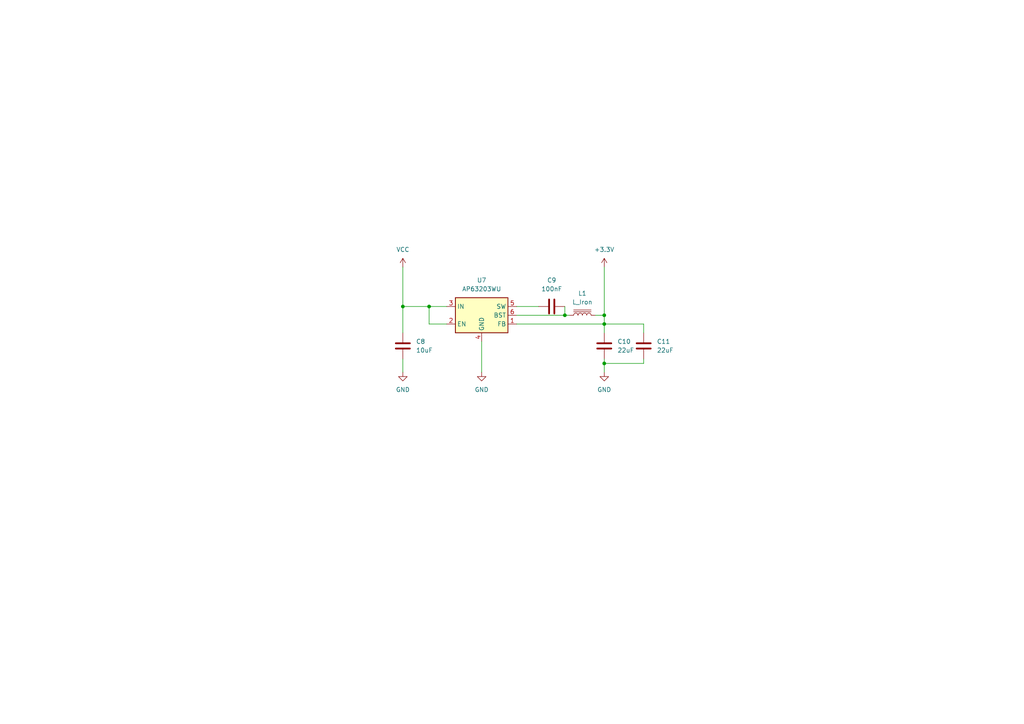
<source format=kicad_sch>
(kicad_sch
	(version 20250114)
	(generator "eeschema")
	(generator_version "9.0")
	(uuid "38576b24-61b9-4287-9069-a48c7cb5a67d")
	(paper "A4")
	(lib_symbols
		(symbol "Device:C"
			(pin_numbers
				(hide yes)
			)
			(pin_names
				(offset 0.254)
			)
			(exclude_from_sim no)
			(in_bom yes)
			(on_board yes)
			(property "Reference" "C"
				(at 0.635 2.54 0)
				(effects
					(font
						(size 1.27 1.27)
					)
					(justify left)
				)
			)
			(property "Value" "C"
				(at 0.635 -2.54 0)
				(effects
					(font
						(size 1.27 1.27)
					)
					(justify left)
				)
			)
			(property "Footprint" ""
				(at 0.9652 -3.81 0)
				(effects
					(font
						(size 1.27 1.27)
					)
					(hide yes)
				)
			)
			(property "Datasheet" "~"
				(at 0 0 0)
				(effects
					(font
						(size 1.27 1.27)
					)
					(hide yes)
				)
			)
			(property "Description" "Unpolarized capacitor"
				(at 0 0 0)
				(effects
					(font
						(size 1.27 1.27)
					)
					(hide yes)
				)
			)
			(property "ki_keywords" "cap capacitor"
				(at 0 0 0)
				(effects
					(font
						(size 1.27 1.27)
					)
					(hide yes)
				)
			)
			(property "ki_fp_filters" "C_*"
				(at 0 0 0)
				(effects
					(font
						(size 1.27 1.27)
					)
					(hide yes)
				)
			)
			(symbol "C_0_1"
				(polyline
					(pts
						(xy -2.032 0.762) (xy 2.032 0.762)
					)
					(stroke
						(width 0.508)
						(type default)
					)
					(fill
						(type none)
					)
				)
				(polyline
					(pts
						(xy -2.032 -0.762) (xy 2.032 -0.762)
					)
					(stroke
						(width 0.508)
						(type default)
					)
					(fill
						(type none)
					)
				)
			)
			(symbol "C_1_1"
				(pin passive line
					(at 0 3.81 270)
					(length 2.794)
					(name "~"
						(effects
							(font
								(size 1.27 1.27)
							)
						)
					)
					(number "1"
						(effects
							(font
								(size 1.27 1.27)
							)
						)
					)
				)
				(pin passive line
					(at 0 -3.81 90)
					(length 2.794)
					(name "~"
						(effects
							(font
								(size 1.27 1.27)
							)
						)
					)
					(number "2"
						(effects
							(font
								(size 1.27 1.27)
							)
						)
					)
				)
			)
			(embedded_fonts no)
		)
		(symbol "Device:L_Iron"
			(pin_numbers
				(hide yes)
			)
			(pin_names
				(offset 1.016)
				(hide yes)
			)
			(exclude_from_sim no)
			(in_bom yes)
			(on_board yes)
			(property "Reference" "L"
				(at -1.27 0 90)
				(effects
					(font
						(size 1.27 1.27)
					)
				)
			)
			(property "Value" "L_Iron"
				(at 2.794 0 90)
				(effects
					(font
						(size 1.27 1.27)
					)
				)
			)
			(property "Footprint" ""
				(at 0 0 0)
				(effects
					(font
						(size 1.27 1.27)
					)
					(hide yes)
				)
			)
			(property "Datasheet" "~"
				(at 0 0 0)
				(effects
					(font
						(size 1.27 1.27)
					)
					(hide yes)
				)
			)
			(property "Description" "Inductor with iron core"
				(at 0 0 0)
				(effects
					(font
						(size 1.27 1.27)
					)
					(hide yes)
				)
			)
			(property "ki_keywords" "inductor choke coil reactor magnetic"
				(at 0 0 0)
				(effects
					(font
						(size 1.27 1.27)
					)
					(hide yes)
				)
			)
			(property "ki_fp_filters" "Choke_* *Coil* Inductor_* L_*"
				(at 0 0 0)
				(effects
					(font
						(size 1.27 1.27)
					)
					(hide yes)
				)
			)
			(symbol "L_Iron_0_1"
				(arc
					(start 0 2.54)
					(mid 0.6323 1.905)
					(end 0 1.27)
					(stroke
						(width 0)
						(type default)
					)
					(fill
						(type none)
					)
				)
				(arc
					(start 0 1.27)
					(mid 0.6323 0.635)
					(end 0 0)
					(stroke
						(width 0)
						(type default)
					)
					(fill
						(type none)
					)
				)
				(arc
					(start 0 0)
					(mid 0.6323 -0.635)
					(end 0 -1.27)
					(stroke
						(width 0)
						(type default)
					)
					(fill
						(type none)
					)
				)
				(arc
					(start 0 -1.27)
					(mid 0.6323 -1.905)
					(end 0 -2.54)
					(stroke
						(width 0)
						(type default)
					)
					(fill
						(type none)
					)
				)
				(polyline
					(pts
						(xy 1.016 2.54) (xy 1.016 -2.54)
					)
					(stroke
						(width 0)
						(type default)
					)
					(fill
						(type none)
					)
				)
				(polyline
					(pts
						(xy 1.524 -2.54) (xy 1.524 2.54)
					)
					(stroke
						(width 0)
						(type default)
					)
					(fill
						(type none)
					)
				)
			)
			(symbol "L_Iron_1_1"
				(pin passive line
					(at 0 3.81 270)
					(length 1.27)
					(name "1"
						(effects
							(font
								(size 1.27 1.27)
							)
						)
					)
					(number "1"
						(effects
							(font
								(size 1.27 1.27)
							)
						)
					)
				)
				(pin passive line
					(at 0 -3.81 90)
					(length 1.27)
					(name "2"
						(effects
							(font
								(size 1.27 1.27)
							)
						)
					)
					(number "2"
						(effects
							(font
								(size 1.27 1.27)
							)
						)
					)
				)
			)
			(embedded_fonts no)
		)
		(symbol "Regulator_Switching:AP63203WU"
			(exclude_from_sim no)
			(in_bom yes)
			(on_board yes)
			(property "Reference" "U"
				(at -7.62 6.35 0)
				(effects
					(font
						(size 1.27 1.27)
					)
				)
			)
			(property "Value" "AP63203WU"
				(at 2.54 6.35 0)
				(effects
					(font
						(size 1.27 1.27)
					)
				)
			)
			(property "Footprint" "Package_TO_SOT_SMD:TSOT-23-6"
				(at 0 -22.86 0)
				(effects
					(font
						(size 1.27 1.27)
					)
					(hide yes)
				)
			)
			(property "Datasheet" "https://www.diodes.com/assets/Datasheets/AP63200-AP63201-AP63203-AP63205.pdf"
				(at 0 0 0)
				(effects
					(font
						(size 1.27 1.27)
					)
					(hide yes)
				)
			)
			(property "Description" "2A, 1.1MHz Buck DC/DC Converter, fixed 3.3V output voltage, TSOT-23-6"
				(at 0 0 0)
				(effects
					(font
						(size 1.27 1.27)
					)
					(hide yes)
				)
			)
			(property "ki_keywords" "2A Buck DC/DC"
				(at 0 0 0)
				(effects
					(font
						(size 1.27 1.27)
					)
					(hide yes)
				)
			)
			(property "ki_fp_filters" "TSOT?23*"
				(at 0 0 0)
				(effects
					(font
						(size 1.27 1.27)
					)
					(hide yes)
				)
			)
			(symbol "AP63203WU_0_1"
				(rectangle
					(start -7.62 5.08)
					(end 7.62 -5.08)
					(stroke
						(width 0.254)
						(type default)
					)
					(fill
						(type background)
					)
				)
			)
			(symbol "AP63203WU_1_1"
				(pin power_in line
					(at -10.16 2.54 0)
					(length 2.54)
					(name "IN"
						(effects
							(font
								(size 1.27 1.27)
							)
						)
					)
					(number "3"
						(effects
							(font
								(size 1.27 1.27)
							)
						)
					)
				)
				(pin input line
					(at -10.16 -2.54 0)
					(length 2.54)
					(name "EN"
						(effects
							(font
								(size 1.27 1.27)
							)
						)
					)
					(number "2"
						(effects
							(font
								(size 1.27 1.27)
							)
						)
					)
				)
				(pin power_in line
					(at 0 -7.62 90)
					(length 2.54)
					(name "GND"
						(effects
							(font
								(size 1.27 1.27)
							)
						)
					)
					(number "4"
						(effects
							(font
								(size 1.27 1.27)
							)
						)
					)
				)
				(pin output line
					(at 10.16 2.54 180)
					(length 2.54)
					(name "SW"
						(effects
							(font
								(size 1.27 1.27)
							)
						)
					)
					(number "5"
						(effects
							(font
								(size 1.27 1.27)
							)
						)
					)
				)
				(pin passive line
					(at 10.16 0 180)
					(length 2.54)
					(name "BST"
						(effects
							(font
								(size 1.27 1.27)
							)
						)
					)
					(number "6"
						(effects
							(font
								(size 1.27 1.27)
							)
						)
					)
				)
				(pin input line
					(at 10.16 -2.54 180)
					(length 2.54)
					(name "FB"
						(effects
							(font
								(size 1.27 1.27)
							)
						)
					)
					(number "1"
						(effects
							(font
								(size 1.27 1.27)
							)
						)
					)
				)
			)
			(embedded_fonts no)
		)
		(symbol "power:+3.3V"
			(power)
			(pin_numbers
				(hide yes)
			)
			(pin_names
				(offset 0)
				(hide yes)
			)
			(exclude_from_sim no)
			(in_bom yes)
			(on_board yes)
			(property "Reference" "#PWR"
				(at 0 -3.81 0)
				(effects
					(font
						(size 1.27 1.27)
					)
					(hide yes)
				)
			)
			(property "Value" "+3.3V"
				(at 0 3.556 0)
				(effects
					(font
						(size 1.27 1.27)
					)
				)
			)
			(property "Footprint" ""
				(at 0 0 0)
				(effects
					(font
						(size 1.27 1.27)
					)
					(hide yes)
				)
			)
			(property "Datasheet" ""
				(at 0 0 0)
				(effects
					(font
						(size 1.27 1.27)
					)
					(hide yes)
				)
			)
			(property "Description" "Power symbol creates a global label with name \"+3.3V\""
				(at 0 0 0)
				(effects
					(font
						(size 1.27 1.27)
					)
					(hide yes)
				)
			)
			(property "ki_keywords" "global power"
				(at 0 0 0)
				(effects
					(font
						(size 1.27 1.27)
					)
					(hide yes)
				)
			)
			(symbol "+3.3V_0_1"
				(polyline
					(pts
						(xy -0.762 1.27) (xy 0 2.54)
					)
					(stroke
						(width 0)
						(type default)
					)
					(fill
						(type none)
					)
				)
				(polyline
					(pts
						(xy 0 2.54) (xy 0.762 1.27)
					)
					(stroke
						(width 0)
						(type default)
					)
					(fill
						(type none)
					)
				)
				(polyline
					(pts
						(xy 0 0) (xy 0 2.54)
					)
					(stroke
						(width 0)
						(type default)
					)
					(fill
						(type none)
					)
				)
			)
			(symbol "+3.3V_1_1"
				(pin power_in line
					(at 0 0 90)
					(length 0)
					(name "~"
						(effects
							(font
								(size 1.27 1.27)
							)
						)
					)
					(number "1"
						(effects
							(font
								(size 1.27 1.27)
							)
						)
					)
				)
			)
			(embedded_fonts no)
		)
		(symbol "power:GND"
			(power)
			(pin_numbers
				(hide yes)
			)
			(pin_names
				(offset 0)
				(hide yes)
			)
			(exclude_from_sim no)
			(in_bom yes)
			(on_board yes)
			(property "Reference" "#PWR"
				(at 0 -6.35 0)
				(effects
					(font
						(size 1.27 1.27)
					)
					(hide yes)
				)
			)
			(property "Value" "GND"
				(at 0 -3.81 0)
				(effects
					(font
						(size 1.27 1.27)
					)
				)
			)
			(property "Footprint" ""
				(at 0 0 0)
				(effects
					(font
						(size 1.27 1.27)
					)
					(hide yes)
				)
			)
			(property "Datasheet" ""
				(at 0 0 0)
				(effects
					(font
						(size 1.27 1.27)
					)
					(hide yes)
				)
			)
			(property "Description" "Power symbol creates a global label with name \"GND\" , ground"
				(at 0 0 0)
				(effects
					(font
						(size 1.27 1.27)
					)
					(hide yes)
				)
			)
			(property "ki_keywords" "global power"
				(at 0 0 0)
				(effects
					(font
						(size 1.27 1.27)
					)
					(hide yes)
				)
			)
			(symbol "GND_0_1"
				(polyline
					(pts
						(xy 0 0) (xy 0 -1.27) (xy 1.27 -1.27) (xy 0 -2.54) (xy -1.27 -1.27) (xy 0 -1.27)
					)
					(stroke
						(width 0)
						(type default)
					)
					(fill
						(type none)
					)
				)
			)
			(symbol "GND_1_1"
				(pin power_in line
					(at 0 0 270)
					(length 0)
					(name "~"
						(effects
							(font
								(size 1.27 1.27)
							)
						)
					)
					(number "1"
						(effects
							(font
								(size 1.27 1.27)
							)
						)
					)
				)
			)
			(embedded_fonts no)
		)
		(symbol "power:VCC"
			(power)
			(pin_numbers
				(hide yes)
			)
			(pin_names
				(offset 0)
				(hide yes)
			)
			(exclude_from_sim no)
			(in_bom yes)
			(on_board yes)
			(property "Reference" "#PWR"
				(at 0 -3.81 0)
				(effects
					(font
						(size 1.27 1.27)
					)
					(hide yes)
				)
			)
			(property "Value" "VCC"
				(at 0 3.556 0)
				(effects
					(font
						(size 1.27 1.27)
					)
				)
			)
			(property "Footprint" ""
				(at 0 0 0)
				(effects
					(font
						(size 1.27 1.27)
					)
					(hide yes)
				)
			)
			(property "Datasheet" ""
				(at 0 0 0)
				(effects
					(font
						(size 1.27 1.27)
					)
					(hide yes)
				)
			)
			(property "Description" "Power symbol creates a global label with name \"VCC\""
				(at 0 0 0)
				(effects
					(font
						(size 1.27 1.27)
					)
					(hide yes)
				)
			)
			(property "ki_keywords" "global power"
				(at 0 0 0)
				(effects
					(font
						(size 1.27 1.27)
					)
					(hide yes)
				)
			)
			(symbol "VCC_0_1"
				(polyline
					(pts
						(xy -0.762 1.27) (xy 0 2.54)
					)
					(stroke
						(width 0)
						(type default)
					)
					(fill
						(type none)
					)
				)
				(polyline
					(pts
						(xy 0 2.54) (xy 0.762 1.27)
					)
					(stroke
						(width 0)
						(type default)
					)
					(fill
						(type none)
					)
				)
				(polyline
					(pts
						(xy 0 0) (xy 0 2.54)
					)
					(stroke
						(width 0)
						(type default)
					)
					(fill
						(type none)
					)
				)
			)
			(symbol "VCC_1_1"
				(pin power_in line
					(at 0 0 90)
					(length 0)
					(name "~"
						(effects
							(font
								(size 1.27 1.27)
							)
						)
					)
					(number "1"
						(effects
							(font
								(size 1.27 1.27)
							)
						)
					)
				)
			)
			(embedded_fonts no)
		)
	)
	(junction
		(at 163.83 91.44)
		(diameter 0)
		(color 0 0 0 0)
		(uuid "1c6e1d17-a264-44c2-9d50-0e2b40d64755")
	)
	(junction
		(at 124.46 88.9)
		(diameter 0)
		(color 0 0 0 0)
		(uuid "1ea4f467-5ceb-4fd7-bff9-fe49ab6585ad")
	)
	(junction
		(at 116.84 88.9)
		(diameter 0)
		(color 0 0 0 0)
		(uuid "5d58cad4-e884-442c-a88b-77bfadbc4301")
	)
	(junction
		(at 175.26 93.98)
		(diameter 0)
		(color 0 0 0 0)
		(uuid "b7a972a8-40c1-424a-b335-edbf4fa83be7")
	)
	(junction
		(at 175.26 91.44)
		(diameter 0)
		(color 0 0 0 0)
		(uuid "df2e2208-a43f-41cf-9924-1f360db6404d")
	)
	(junction
		(at 175.26 105.41)
		(diameter 0)
		(color 0 0 0 0)
		(uuid "f76c4f56-a167-47eb-9392-fa1a3e7d4123")
	)
	(wire
		(pts
			(xy 175.26 91.44) (xy 175.26 93.98)
		)
		(stroke
			(width 0)
			(type default)
		)
		(uuid "0180e996-7c1a-4d76-870e-c64f9a90860c")
	)
	(wire
		(pts
			(xy 175.26 104.14) (xy 175.26 105.41)
		)
		(stroke
			(width 0)
			(type default)
		)
		(uuid "01a9a030-c1f8-4b3d-bd6f-cf433f335112")
	)
	(wire
		(pts
			(xy 175.26 93.98) (xy 175.26 96.52)
		)
		(stroke
			(width 0)
			(type default)
		)
		(uuid "1fd24524-d146-41bc-880a-8b19f9cda535")
	)
	(wire
		(pts
			(xy 116.84 88.9) (xy 116.84 96.52)
		)
		(stroke
			(width 0)
			(type default)
		)
		(uuid "219af9db-2c14-459d-9ceb-4efec399bad5")
	)
	(wire
		(pts
			(xy 175.26 105.41) (xy 186.69 105.41)
		)
		(stroke
			(width 0)
			(type default)
		)
		(uuid "2222b904-ba5f-4e9c-b9c8-90e099e3328a")
	)
	(wire
		(pts
			(xy 124.46 88.9) (xy 116.84 88.9)
		)
		(stroke
			(width 0)
			(type default)
		)
		(uuid "225c3300-b693-4b5e-bd81-b909f9f787c5")
	)
	(wire
		(pts
			(xy 172.72 91.44) (xy 175.26 91.44)
		)
		(stroke
			(width 0)
			(type default)
		)
		(uuid "22e4a9f3-15c4-40e9-a99f-b2cba2cfea90")
	)
	(wire
		(pts
			(xy 139.7 99.06) (xy 139.7 107.95)
		)
		(stroke
			(width 0)
			(type default)
		)
		(uuid "2bd7e6bd-9612-4a75-8614-b14376baf27c")
	)
	(wire
		(pts
			(xy 124.46 93.98) (xy 124.46 88.9)
		)
		(stroke
			(width 0)
			(type default)
		)
		(uuid "326b3c1f-4d50-4ec5-b60c-92cbd604bd14")
	)
	(wire
		(pts
			(xy 129.54 88.9) (xy 124.46 88.9)
		)
		(stroke
			(width 0)
			(type default)
		)
		(uuid "51073a79-6b74-4512-81e9-37353846a785")
	)
	(wire
		(pts
			(xy 186.69 104.14) (xy 186.69 105.41)
		)
		(stroke
			(width 0)
			(type default)
		)
		(uuid "674f74d8-4d49-4c73-bee6-84eb619e3ae8")
	)
	(wire
		(pts
			(xy 149.86 93.98) (xy 175.26 93.98)
		)
		(stroke
			(width 0)
			(type default)
		)
		(uuid "67f6851f-9161-4e4d-9c28-051d9dd0f691")
	)
	(wire
		(pts
			(xy 149.86 88.9) (xy 156.21 88.9)
		)
		(stroke
			(width 0)
			(type default)
		)
		(uuid "74b3922c-20f2-4ceb-9878-70e4c91a31b9")
	)
	(wire
		(pts
			(xy 163.83 91.44) (xy 163.83 88.9)
		)
		(stroke
			(width 0)
			(type default)
		)
		(uuid "74d69f7b-07ee-4831-bf08-022b80a13db2")
	)
	(wire
		(pts
			(xy 116.84 77.47) (xy 116.84 88.9)
		)
		(stroke
			(width 0)
			(type default)
		)
		(uuid "8b8adb7a-47a2-4750-a248-1decf00662f6")
	)
	(wire
		(pts
			(xy 149.86 91.44) (xy 163.83 91.44)
		)
		(stroke
			(width 0)
			(type default)
		)
		(uuid "9081424f-c5af-4d6b-a6b3-2558599bf0cc")
	)
	(wire
		(pts
			(xy 175.26 93.98) (xy 186.69 93.98)
		)
		(stroke
			(width 0)
			(type default)
		)
		(uuid "9dfb04af-830e-412d-83d9-74a4bfca2dd3")
	)
	(wire
		(pts
			(xy 129.54 93.98) (xy 124.46 93.98)
		)
		(stroke
			(width 0)
			(type default)
		)
		(uuid "a850bea3-f071-4721-9b0b-dc615a28c2a9")
	)
	(wire
		(pts
			(xy 175.26 91.44) (xy 175.26 77.47)
		)
		(stroke
			(width 0)
			(type default)
		)
		(uuid "ce8e991d-1bbb-4de0-8117-29aef7bd247d")
	)
	(wire
		(pts
			(xy 163.83 91.44) (xy 165.1 91.44)
		)
		(stroke
			(width 0)
			(type default)
		)
		(uuid "d6eab659-06c9-45eb-b2af-ba6dc321fa00")
	)
	(wire
		(pts
			(xy 186.69 96.52) (xy 186.69 93.98)
		)
		(stroke
			(width 0)
			(type default)
		)
		(uuid "e095c707-c480-4d16-8aa3-0e76254eb5a3")
	)
	(wire
		(pts
			(xy 175.26 105.41) (xy 175.26 107.95)
		)
		(stroke
			(width 0)
			(type default)
		)
		(uuid "e15e3f0e-d52c-4f4b-a537-4ef63f189a47")
	)
	(wire
		(pts
			(xy 116.84 104.14) (xy 116.84 107.95)
		)
		(stroke
			(width 0)
			(type default)
		)
		(uuid "f5fa15f2-9ec5-449f-8985-6190ac490041")
	)
	(symbol
		(lib_id "power:VCC")
		(at 116.84 77.47 0)
		(unit 1)
		(exclude_from_sim no)
		(in_bom yes)
		(on_board yes)
		(dnp no)
		(fields_autoplaced yes)
		(uuid "0a35ef7a-fe54-43d1-ad45-6e449c0b1d69")
		(property "Reference" "#PWR05"
			(at 116.84 81.28 0)
			(effects
				(font
					(size 1.27 1.27)
				)
				(hide yes)
			)
		)
		(property "Value" "VCC"
			(at 116.84 72.39 0)
			(effects
				(font
					(size 1.27 1.27)
				)
			)
		)
		(property "Footprint" ""
			(at 116.84 77.47 0)
			(effects
				(font
					(size 1.27 1.27)
				)
				(hide yes)
			)
		)
		(property "Datasheet" ""
			(at 116.84 77.47 0)
			(effects
				(font
					(size 1.27 1.27)
				)
				(hide yes)
			)
		)
		(property "Description" "Power symbol creates a global label with name \"VCC\""
			(at 116.84 77.47 0)
			(effects
				(font
					(size 1.27 1.27)
				)
				(hide yes)
			)
		)
		(pin "1"
			(uuid "3112a714-1e5c-4981-90c4-523bfa17fb3e")
		)
		(instances
			(project ""
				(path "/1b977d99-1d22-4971-9e37-13f65a474bc7/92843db2-7055-464d-8e08-2939042a6347"
					(reference "#PWR05")
					(unit 1)
				)
			)
		)
	)
	(symbol
		(lib_id "power:GND")
		(at 116.84 107.95 0)
		(unit 1)
		(exclude_from_sim no)
		(in_bom yes)
		(on_board yes)
		(dnp no)
		(fields_autoplaced yes)
		(uuid "0babd3d5-c7df-456b-ae90-980bef71f71d")
		(property "Reference" "#PWR055"
			(at 116.84 114.3 0)
			(effects
				(font
					(size 1.27 1.27)
				)
				(hide yes)
			)
		)
		(property "Value" "GND"
			(at 116.84 113.03 0)
			(effects
				(font
					(size 1.27 1.27)
				)
			)
		)
		(property "Footprint" ""
			(at 116.84 107.95 0)
			(effects
				(font
					(size 1.27 1.27)
				)
				(hide yes)
			)
		)
		(property "Datasheet" ""
			(at 116.84 107.95 0)
			(effects
				(font
					(size 1.27 1.27)
				)
				(hide yes)
			)
		)
		(property "Description" "Power symbol creates a global label with name \"GND\" , ground"
			(at 116.84 107.95 0)
			(effects
				(font
					(size 1.27 1.27)
				)
				(hide yes)
			)
		)
		(pin "1"
			(uuid "0e0f9797-2c7f-4c77-b8fe-326fa263a6ee")
		)
		(instances
			(project "MICRO PUERTA"
				(path "/1b977d99-1d22-4971-9e37-13f65a474bc7/92843db2-7055-464d-8e08-2939042a6347"
					(reference "#PWR055")
					(unit 1)
				)
			)
		)
	)
	(symbol
		(lib_id "Device:L_Iron")
		(at 168.91 91.44 90)
		(unit 1)
		(exclude_from_sim no)
		(in_bom yes)
		(on_board yes)
		(dnp no)
		(fields_autoplaced yes)
		(uuid "0da949c2-4acb-441c-9ba1-367ba2a22153")
		(property "Reference" "L1"
			(at 168.91 85.09 90)
			(effects
				(font
					(size 1.27 1.27)
				)
			)
		)
		(property "Value" "L_Iron"
			(at 168.91 87.63 90)
			(effects
				(font
					(size 1.27 1.27)
				)
			)
		)
		(property "Footprint" "Inductor_SMD:L_0201_0603Metric"
			(at 168.91 91.44 0)
			(effects
				(font
					(size 1.27 1.27)
				)
				(hide yes)
			)
		)
		(property "Datasheet" "~"
			(at 168.91 91.44 0)
			(effects
				(font
					(size 1.27 1.27)
				)
				(hide yes)
			)
		)
		(property "Description" "Inductor with iron core"
			(at 168.91 91.44 0)
			(effects
				(font
					(size 1.27 1.27)
				)
				(hide yes)
			)
		)
		(pin "1"
			(uuid "732e918c-5e50-4653-b833-02d55dcd2cfb")
		)
		(pin "2"
			(uuid "70dcd0b9-6f53-4018-96ea-77b2f6da9019")
		)
		(instances
			(project ""
				(path "/1b977d99-1d22-4971-9e37-13f65a474bc7/92843db2-7055-464d-8e08-2939042a6347"
					(reference "L1")
					(unit 1)
				)
			)
		)
	)
	(symbol
		(lib_id "Device:C")
		(at 160.02 88.9 90)
		(unit 1)
		(exclude_from_sim no)
		(in_bom yes)
		(on_board yes)
		(dnp no)
		(fields_autoplaced yes)
		(uuid "26793e8c-7e5e-4573-8da5-6a8367bfdb05")
		(property "Reference" "C9"
			(at 160.02 81.28 90)
			(effects
				(font
					(size 1.27 1.27)
				)
			)
		)
		(property "Value" "100nF"
			(at 160.02 83.82 90)
			(effects
				(font
					(size 1.27 1.27)
				)
			)
		)
		(property "Footprint" "Capacitor_SMD:C_0201_0603Metric"
			(at 163.83 87.9348 0)
			(effects
				(font
					(size 1.27 1.27)
				)
				(hide yes)
			)
		)
		(property "Datasheet" "~"
			(at 160.02 88.9 0)
			(effects
				(font
					(size 1.27 1.27)
				)
				(hide yes)
			)
		)
		(property "Description" "Unpolarized capacitor"
			(at 160.02 88.9 0)
			(effects
				(font
					(size 1.27 1.27)
				)
				(hide yes)
			)
		)
		(pin "1"
			(uuid "bdb166b0-a42e-4b60-b2fb-eddff74fb404")
		)
		(pin "2"
			(uuid "e0bfd57a-d74e-42b3-86e3-a3675a0e5a42")
		)
		(instances
			(project "MICRO PUERTA"
				(path "/1b977d99-1d22-4971-9e37-13f65a474bc7/92843db2-7055-464d-8e08-2939042a6347"
					(reference "C9")
					(unit 1)
				)
			)
		)
	)
	(symbol
		(lib_id "Device:C")
		(at 175.26 100.33 0)
		(unit 1)
		(exclude_from_sim no)
		(in_bom yes)
		(on_board yes)
		(dnp no)
		(fields_autoplaced yes)
		(uuid "64ec85b0-53ff-4edf-a7ba-55f6344bcad2")
		(property "Reference" "C10"
			(at 179.07 99.0599 0)
			(effects
				(font
					(size 1.27 1.27)
				)
				(justify left)
			)
		)
		(property "Value" "22uF"
			(at 179.07 101.5999 0)
			(effects
				(font
					(size 1.27 1.27)
				)
				(justify left)
			)
		)
		(property "Footprint" "Capacitor_SMD:C_0201_0603Metric"
			(at 176.2252 104.14 0)
			(effects
				(font
					(size 1.27 1.27)
				)
				(hide yes)
			)
		)
		(property "Datasheet" "~"
			(at 175.26 100.33 0)
			(effects
				(font
					(size 1.27 1.27)
				)
				(hide yes)
			)
		)
		(property "Description" "Unpolarized capacitor"
			(at 175.26 100.33 0)
			(effects
				(font
					(size 1.27 1.27)
				)
				(hide yes)
			)
		)
		(pin "1"
			(uuid "5e6246b4-e400-45d4-93d8-70490c0cb0fa")
		)
		(pin "2"
			(uuid "ce8e8e7c-ba57-4d08-ae23-69c4b136ab35")
		)
		(instances
			(project "MICRO PUERTA"
				(path "/1b977d99-1d22-4971-9e37-13f65a474bc7/92843db2-7055-464d-8e08-2939042a6347"
					(reference "C10")
					(unit 1)
				)
			)
		)
	)
	(symbol
		(lib_id "Regulator_Switching:AP63203WU")
		(at 139.7 91.44 0)
		(unit 1)
		(exclude_from_sim no)
		(in_bom yes)
		(on_board yes)
		(dnp no)
		(fields_autoplaced yes)
		(uuid "a11c1493-4dfe-4e15-8358-c9b2993f5ab7")
		(property "Reference" "U7"
			(at 139.7 81.28 0)
			(effects
				(font
					(size 1.27 1.27)
				)
			)
		)
		(property "Value" "AP63203WU"
			(at 139.7 83.82 0)
			(effects
				(font
					(size 1.27 1.27)
				)
			)
		)
		(property "Footprint" "Package_TO_SOT_SMD:TSOT-23-6"
			(at 139.7 114.3 0)
			(effects
				(font
					(size 1.27 1.27)
				)
				(hide yes)
			)
		)
		(property "Datasheet" "https://www.diodes.com/assets/Datasheets/AP63200-AP63201-AP63203-AP63205.pdf"
			(at 139.7 91.44 0)
			(effects
				(font
					(size 1.27 1.27)
				)
				(hide yes)
			)
		)
		(property "Description" "2A, 1.1MHz Buck DC/DC Converter, fixed 3.3V output voltage, TSOT-23-6"
			(at 139.7 91.44 0)
			(effects
				(font
					(size 1.27 1.27)
				)
				(hide yes)
			)
		)
		(pin "3"
			(uuid "22ea573f-4d27-4297-8227-d2b7d87ea762")
		)
		(pin "2"
			(uuid "9fd69e53-a6c4-46ff-aadd-08a2847ccb46")
		)
		(pin "6"
			(uuid "1b0f1dc3-25ad-4e42-ad4b-1d85c228bdaa")
		)
		(pin "4"
			(uuid "1811d2c3-d527-4752-a93c-7807ed516a3e")
		)
		(pin "5"
			(uuid "48bb4c73-9dfd-4e11-b534-2a41deca8e2a")
		)
		(pin "1"
			(uuid "867e9313-c420-4956-a3a3-3ef39329f76e")
		)
		(instances
			(project ""
				(path "/1b977d99-1d22-4971-9e37-13f65a474bc7/92843db2-7055-464d-8e08-2939042a6347"
					(reference "U7")
					(unit 1)
				)
			)
		)
	)
	(symbol
		(lib_id "Device:C")
		(at 186.69 100.33 0)
		(unit 1)
		(exclude_from_sim no)
		(in_bom yes)
		(on_board yes)
		(dnp no)
		(fields_autoplaced yes)
		(uuid "b94eb259-ef95-4413-b0f1-7d2643fd6c3c")
		(property "Reference" "C11"
			(at 190.5 99.0599 0)
			(effects
				(font
					(size 1.27 1.27)
				)
				(justify left)
			)
		)
		(property "Value" "22uF"
			(at 190.5 101.5999 0)
			(effects
				(font
					(size 1.27 1.27)
				)
				(justify left)
			)
		)
		(property "Footprint" "Capacitor_SMD:C_0201_0603Metric"
			(at 187.6552 104.14 0)
			(effects
				(font
					(size 1.27 1.27)
				)
				(hide yes)
			)
		)
		(property "Datasheet" "~"
			(at 186.69 100.33 0)
			(effects
				(font
					(size 1.27 1.27)
				)
				(hide yes)
			)
		)
		(property "Description" "Unpolarized capacitor"
			(at 186.69 100.33 0)
			(effects
				(font
					(size 1.27 1.27)
				)
				(hide yes)
			)
		)
		(pin "1"
			(uuid "bdea82d2-b6d6-4007-9b6c-8336c5dd3a61")
		)
		(pin "2"
			(uuid "516045d0-b412-48fb-9ac5-9534294938fa")
		)
		(instances
			(project "MICROOO PUERTA"
				(path "/1b977d99-1d22-4971-9e37-13f65a474bc7/92843db2-7055-464d-8e08-2939042a6347"
					(reference "C11")
					(unit 1)
				)
			)
		)
	)
	(symbol
		(lib_id "power:+3.3V")
		(at 175.26 77.47 0)
		(unit 1)
		(exclude_from_sim no)
		(in_bom yes)
		(on_board yes)
		(dnp no)
		(fields_autoplaced yes)
		(uuid "b9678350-eefb-4761-bdb9-89ec243a7cec")
		(property "Reference" "#PWR07"
			(at 175.26 81.28 0)
			(effects
				(font
					(size 1.27 1.27)
				)
				(hide yes)
			)
		)
		(property "Value" "+3.3V"
			(at 175.26 72.39 0)
			(effects
				(font
					(size 1.27 1.27)
				)
			)
		)
		(property "Footprint" ""
			(at 175.26 77.47 0)
			(effects
				(font
					(size 1.27 1.27)
				)
				(hide yes)
			)
		)
		(property "Datasheet" ""
			(at 175.26 77.47 0)
			(effects
				(font
					(size 1.27 1.27)
				)
				(hide yes)
			)
		)
		(property "Description" "Power symbol creates a global label with name \"+3.3V\""
			(at 175.26 77.47 0)
			(effects
				(font
					(size 1.27 1.27)
				)
				(hide yes)
			)
		)
		(pin "1"
			(uuid "7dc52933-64c2-4db3-bd50-1b1b6f1b8f90")
		)
		(instances
			(project ""
				(path "/1b977d99-1d22-4971-9e37-13f65a474bc7/92843db2-7055-464d-8e08-2939042a6347"
					(reference "#PWR07")
					(unit 1)
				)
			)
		)
	)
	(symbol
		(lib_id "power:GND")
		(at 175.26 107.95 0)
		(unit 1)
		(exclude_from_sim no)
		(in_bom yes)
		(on_board yes)
		(dnp no)
		(fields_autoplaced yes)
		(uuid "cd7ea595-2912-4a67-b4b8-099691d256f2")
		(property "Reference" "#PWR056"
			(at 175.26 114.3 0)
			(effects
				(font
					(size 1.27 1.27)
				)
				(hide yes)
			)
		)
		(property "Value" "GND"
			(at 175.26 113.03 0)
			(effects
				(font
					(size 1.27 1.27)
				)
			)
		)
		(property "Footprint" ""
			(at 175.26 107.95 0)
			(effects
				(font
					(size 1.27 1.27)
				)
				(hide yes)
			)
		)
		(property "Datasheet" ""
			(at 175.26 107.95 0)
			(effects
				(font
					(size 1.27 1.27)
				)
				(hide yes)
			)
		)
		(property "Description" "Power symbol creates a global label with name \"GND\" , ground"
			(at 175.26 107.95 0)
			(effects
				(font
					(size 1.27 1.27)
				)
				(hide yes)
			)
		)
		(pin "1"
			(uuid "ff7dd3b1-25e2-4e0c-ad2d-ba447ad36a4a")
		)
		(instances
			(project "MICRO PUERTA"
				(path "/1b977d99-1d22-4971-9e37-13f65a474bc7/92843db2-7055-464d-8e08-2939042a6347"
					(reference "#PWR056")
					(unit 1)
				)
			)
		)
	)
	(symbol
		(lib_id "power:GND")
		(at 139.7 107.95 0)
		(unit 1)
		(exclude_from_sim no)
		(in_bom yes)
		(on_board yes)
		(dnp no)
		(fields_autoplaced yes)
		(uuid "ebc2d363-08a6-44a8-b64a-2034f726be86")
		(property "Reference" "#PWR06"
			(at 139.7 114.3 0)
			(effects
				(font
					(size 1.27 1.27)
				)
				(hide yes)
			)
		)
		(property "Value" "GND"
			(at 139.7 113.03 0)
			(effects
				(font
					(size 1.27 1.27)
				)
			)
		)
		(property "Footprint" ""
			(at 139.7 107.95 0)
			(effects
				(font
					(size 1.27 1.27)
				)
				(hide yes)
			)
		)
		(property "Datasheet" ""
			(at 139.7 107.95 0)
			(effects
				(font
					(size 1.27 1.27)
				)
				(hide yes)
			)
		)
		(property "Description" "Power symbol creates a global label with name \"GND\" , ground"
			(at 139.7 107.95 0)
			(effects
				(font
					(size 1.27 1.27)
				)
				(hide yes)
			)
		)
		(pin "1"
			(uuid "69614012-9550-45ba-a552-65b70a1eb193")
		)
		(instances
			(project ""
				(path "/1b977d99-1d22-4971-9e37-13f65a474bc7/92843db2-7055-464d-8e08-2939042a6347"
					(reference "#PWR06")
					(unit 1)
				)
			)
		)
	)
	(symbol
		(lib_id "Device:C")
		(at 116.84 100.33 0)
		(unit 1)
		(exclude_from_sim no)
		(in_bom yes)
		(on_board yes)
		(dnp no)
		(fields_autoplaced yes)
		(uuid "ecb4ede9-1d5d-43bb-b95e-c5a98fbcf5b2")
		(property "Reference" "C8"
			(at 120.65 99.0599 0)
			(effects
				(font
					(size 1.27 1.27)
				)
				(justify left)
			)
		)
		(property "Value" "10uF"
			(at 120.65 101.5999 0)
			(effects
				(font
					(size 1.27 1.27)
				)
				(justify left)
			)
		)
		(property "Footprint" "Capacitor_SMD:C_0201_0603Metric"
			(at 117.8052 104.14 0)
			(effects
				(font
					(size 1.27 1.27)
				)
				(hide yes)
			)
		)
		(property "Datasheet" "~"
			(at 116.84 100.33 0)
			(effects
				(font
					(size 1.27 1.27)
				)
				(hide yes)
			)
		)
		(property "Description" "Unpolarized capacitor"
			(at 116.84 100.33 0)
			(effects
				(font
					(size 1.27 1.27)
				)
				(hide yes)
			)
		)
		(pin "1"
			(uuid "a66f3b8e-ff72-4862-8c5b-dfcbe4ec8f33")
		)
		(pin "2"
			(uuid "5b4fcba5-6a86-425e-9304-c0ad1a2a17c5")
		)
		(instances
			(project "MICRO PUERTA"
				(path "/1b977d99-1d22-4971-9e37-13f65a474bc7/92843db2-7055-464d-8e08-2939042a6347"
					(reference "C8")
					(unit 1)
				)
			)
		)
	)
)

</source>
